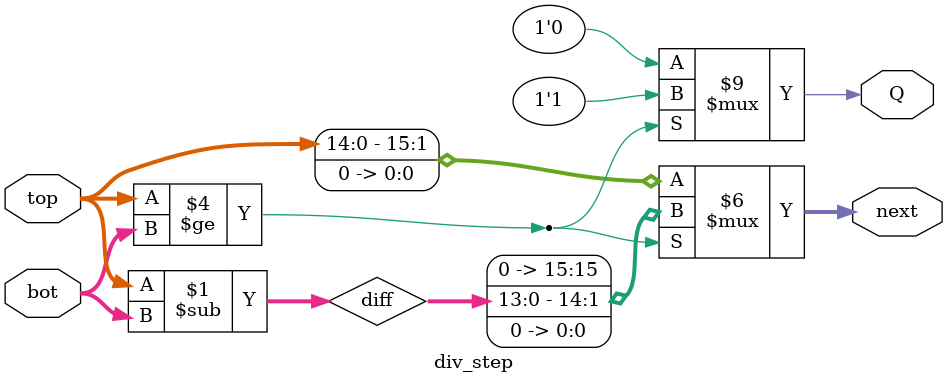
<source format=v>
module divide (
  input [7:0] num,
  input [7:0] dem,
  output [8:0] ans
);

wire [15:0] next7, next6, next5, next4, next3, next2, next1, next0;

div_step d8 ({8'h00, num}, dem, ans[8], next7);
div_step d7 (next7, dem, ans[7], next6);
div_step d6 (next6, dem, ans[6], next5);
div_step d5 (next5, dem, ans[5], next4);
div_step d4 (next4, dem, ans[4], next3);
div_step d3 (next3, dem, ans[3], next2);
div_step d2 (next2, dem, ans[2], next1);
div_step d1 (next1, dem, ans[1], next0);
div_step d0 (next0, dem, ans[0], );

endmodule

module div_step (
  input [15:0] top,
  input [7:0] bot,
  output reg Q,
  output reg [15:0] next
);

wire [15:0] diff = top - bot;

always @(*) begin
  Q = 1'b0;
  next = top << 1;
  if (top >= bot) begin
    Q = 1'b1;
    next = {diff[13:0], 1'b0};
  end
end

endmodule
</source>
